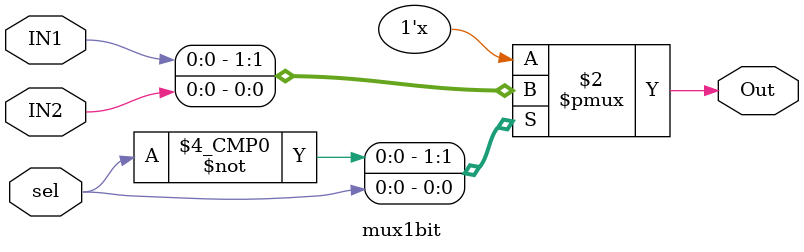
<source format=v>
`timescale 1ns / 1ps
module mux1bit(
    input IN1,
    input IN2,
    input sel,
    output reg Out
    );
	 always @ (IN1 or IN2 or sel)
	 begin
	 case(sel)
	 1'b0: begin Out<=IN1;  end
	 1'b1: begin Out<=IN2;  end
	 default: begin Out<=1'bx;  end
	 endcase
	 end
endmodule

</source>
